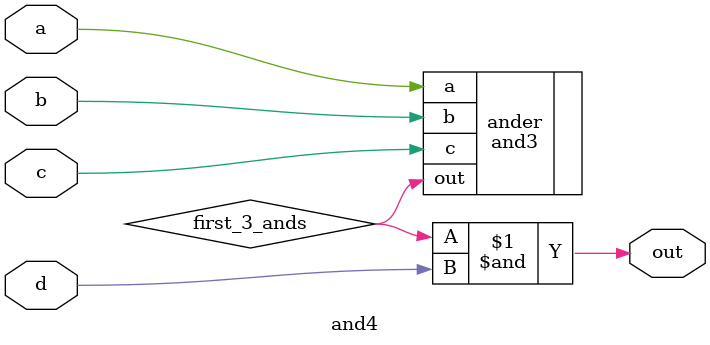
<source format=sv>
/*

4-input AND gate.

Inputs:
    - a: 1-bit first input
    - b: 1-bit second input
    - c: 1-bit third input
    - d: 1-bit fourth input
Outpus:
    - out: 1-bit result

*/

module and4(out, a, b, c, d);
    input logic a, b, c, d;
    output logic out;

    logic first_3_ands;
    and3 ander(.a, .b, .c, .out(first_3_ands));
    and(out, first_3_ands, d);
endmodule
</source>
